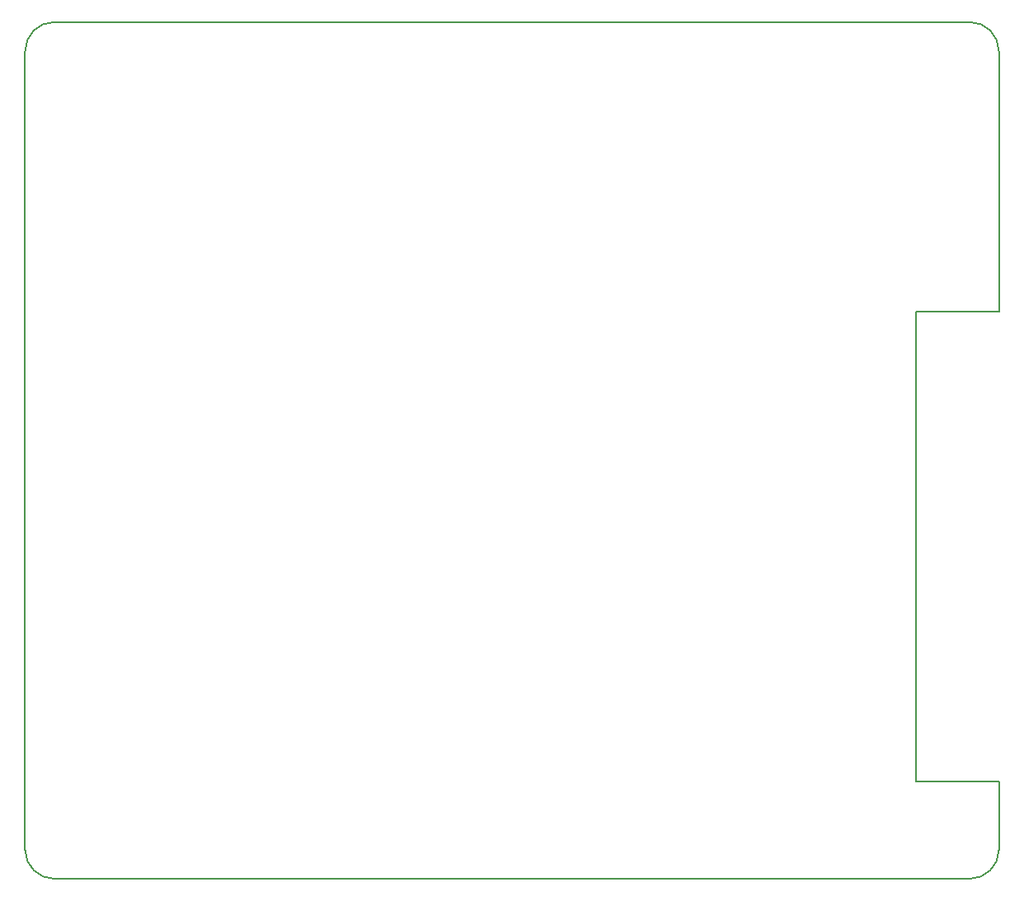
<source format=gbr>
%TF.GenerationSoftware,KiCad,Pcbnew,5.1.10-88a1d61d58~89~ubuntu20.04.1*%
%TF.CreationDate,2021-07-13T22:21:08+02:00*%
%TF.ProjectId,max80,6d617838-302e-46b6-9963-61645f706362,0.01*%
%TF.SameCoordinates,Original*%
%TF.FileFunction,Profile,NP*%
%FSLAX46Y46*%
G04 Gerber Fmt 4.6, Leading zero omitted, Abs format (unit mm)*
G04 Created by KiCad (PCBNEW 5.1.10-88a1d61d58~89~ubuntu20.04.1) date 2021-07-13 22:21:08*
%MOMM*%
%LPD*%
G01*
G04 APERTURE LIST*
%TA.AperFunction,Profile*%
%ADD10C,0.150000*%
%TD*%
G04 APERTURE END LIST*
D10*
X196472200Y-118473600D02*
X196471100Y-108470000D01*
X204971100Y-118473600D02*
X200971100Y-118473600D01*
X204971100Y-118473600D02*
X204971100Y-125473600D01*
X196472200Y-118473600D02*
X200971100Y-118473600D01*
X196470000Y-70220000D02*
X196471100Y-108470000D01*
X204971100Y-70220000D02*
X196470000Y-70220000D01*
X107971100Y-128473600D02*
G75*
G02*
X104971100Y-125473600I0J3000000D01*
G01*
X204971100Y-125473600D02*
G75*
G02*
X201971100Y-128473600I-3000000J0D01*
G01*
X201971100Y-40473600D02*
G75*
G02*
X204971100Y-43473600I0J-3000000D01*
G01*
X104971103Y-43470000D02*
G75*
G02*
X107970000Y-40473600I2996401J0D01*
G01*
X201970000Y-40473600D02*
X107970000Y-40473600D01*
X204971100Y-70220000D02*
X204971100Y-43473600D01*
X107971100Y-128473600D02*
X201971100Y-128473600D01*
X104971100Y-43470000D02*
X104971100Y-125470000D01*
M02*

</source>
